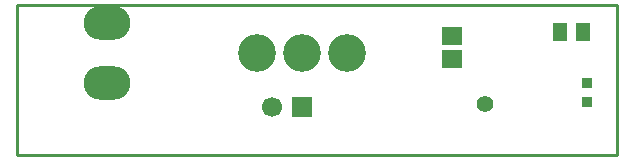
<source format=gts>
G04*
G04 #@! TF.GenerationSoftware,Altium Limited,Altium Designer,18.1.9 (240)*
G04*
G04 Layer_Color=8388736*
%FSLAX24Y24*%
%MOIN*%
G70*
G01*
G75*
%ADD10C,0.0100*%
%ADD17R,0.0374X0.0374*%
%ADD18R,0.0472X0.0610*%
%ADD19R,0.0669X0.0591*%
%ADD20O,0.1559X0.1122*%
%ADD21C,0.1259*%
%ADD22R,0.0669X0.0669*%
%ADD23C,0.0669*%
%ADD24C,0.0559*%
D10*
X0Y0D02*
X20000D01*
Y5000D01*
X0D02*
X20000D01*
X0Y1700D02*
Y5000D01*
Y0D02*
Y1700D01*
D17*
X19000Y2400D02*
D03*
Y1750D02*
D03*
D18*
X18126Y4075D02*
D03*
X18874D02*
D03*
D19*
X14500Y3182D02*
D03*
Y3969D02*
D03*
D20*
X3000Y4394D02*
D03*
Y2394D02*
D03*
D21*
X11000Y3394D02*
D03*
X8000D02*
D03*
X9500D02*
D03*
D22*
Y1575D02*
D03*
D23*
X8500D02*
D03*
D24*
X15600Y1700D02*
D03*
M02*

</source>
